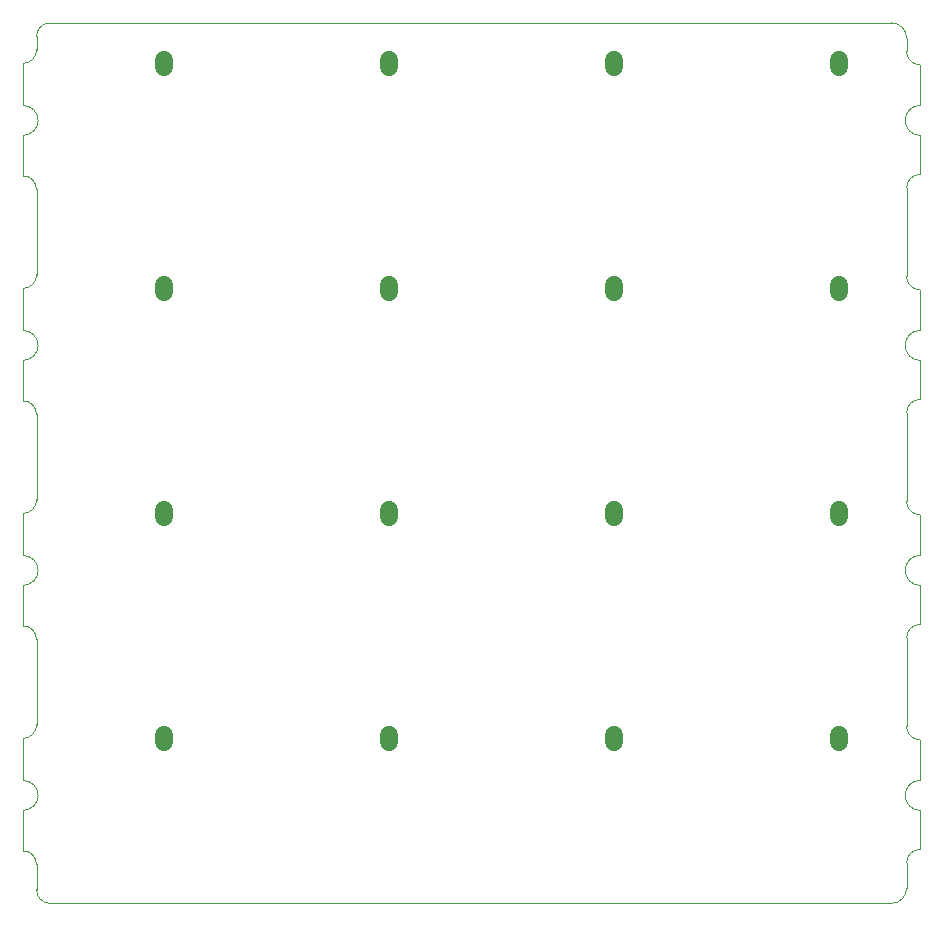
<source format=gm1>
G04 #@! TF.GenerationSoftware,KiCad,Pcbnew,(5.0.1)-3*
G04 #@! TF.CreationDate,2020-04-26T21:35:37+05:00*
G04 #@! TF.ProjectId,amoeba-4x4-keypad,616D6F6562612D3478342D6B65797061,rev?*
G04 #@! TF.SameCoordinates,Original*
G04 #@! TF.FileFunction,Profile,NP*
%FSLAX46Y46*%
G04 Gerber Fmt 4.6, Leading zero omitted, Abs format (unit mm)*
G04 Created by KiCad (PCBNEW (5.0.1)-3) date 26.04.2020 21:35:37*
%MOMM*%
%LPD*%
G01*
G04 APERTURE LIST*
%ADD10C,0.100000*%
%ADD11C,1.498600*%
G04 APERTURE END LIST*
D10*
X241808000Y-176784000D02*
X313055000Y-176784000D01*
X240665000Y-103378000D02*
X240665000Y-104521000D01*
X314325000Y-103505000D02*
X314325000Y-104648000D01*
X259080000Y-102235000D02*
X313055000Y-102235000D01*
X259080000Y-102235000D02*
X241830000Y-102235000D01*
X315468000Y-172212000D02*
G75*
G03X314325000Y-173355000I0J-1143000D01*
G01*
X313055000Y-176784000D02*
G75*
G03X314325000Y-175514000I0J1270000D01*
G01*
X315468000Y-162941000D02*
G75*
G02X314325000Y-161798000I0J1143000D01*
G01*
X314198000Y-167640000D02*
G75*
G03X315468000Y-168910000I1270000J0D01*
G01*
X315468000Y-172212000D02*
X315468000Y-168910000D01*
X315468000Y-162941000D02*
X315468000Y-166370000D01*
D11*
X270470000Y-163140000D02*
X270510000Y-162560000D01*
X289520000Y-163140000D02*
X289560000Y-162560000D01*
D10*
X314325000Y-175514000D02*
X314325000Y-173355000D01*
X315468000Y-166370000D02*
G75*
G03X314198000Y-167640000I0J-1270000D01*
G01*
D11*
X308570000Y-163140000D02*
X308610000Y-162560000D01*
D10*
X251420000Y-163140000D02*
X251460000Y-162560000D01*
X270470000Y-163140000D02*
X270510000Y-162560000D01*
X289520000Y-163140000D02*
X289560000Y-162560000D01*
X308570000Y-163140000D02*
X308610000Y-162560000D01*
X241808000Y-176784000D02*
G75*
G02X240665000Y-175641000I0J1143000D01*
G01*
X240665000Y-173482000D02*
X240665000Y-175641000D01*
X240665000Y-173482000D02*
G75*
G03X239522000Y-172339000I-1143000J0D01*
G01*
X239522000Y-162814000D02*
G75*
G03X240665000Y-161671000I0J1143000D01*
G01*
X239522000Y-168910000D02*
G75*
G03X240792000Y-167640000I0J1270000D01*
G01*
X240792000Y-167640000D02*
G75*
G03X239522000Y-166370000I-1270000J0D01*
G01*
X239522000Y-168910000D02*
X239522000Y-172339000D01*
D11*
X251420000Y-163140000D02*
X251460000Y-162560000D01*
D10*
X239522000Y-162814000D02*
X239522000Y-166370000D01*
X315468000Y-153162000D02*
G75*
G03X314325000Y-154305000I0J-1143000D01*
G01*
X315468000Y-143891000D02*
G75*
G02X314325000Y-142748000I0J1143000D01*
G01*
X314198000Y-148590000D02*
G75*
G03X315468000Y-149860000I1270000J0D01*
G01*
X315468000Y-153162000D02*
X315468000Y-149860000D01*
X315468000Y-143891000D02*
X315468000Y-147320000D01*
D11*
X270470000Y-144090000D02*
X270510000Y-143510000D01*
X289520000Y-144090000D02*
X289560000Y-143510000D01*
D10*
X314325000Y-161798000D02*
X314325000Y-154305000D01*
X315468000Y-147320000D02*
G75*
G03X314198000Y-148590000I0J-1270000D01*
G01*
D11*
X308570000Y-144090000D02*
X308610000Y-143510000D01*
D10*
X251420000Y-144090000D02*
X251460000Y-143510000D01*
X270470000Y-144090000D02*
X270510000Y-143510000D01*
X289520000Y-144090000D02*
X289560000Y-143510000D01*
X308570000Y-144090000D02*
X308610000Y-143510000D01*
X240665000Y-154432000D02*
X240665000Y-161671000D01*
X240665000Y-154432000D02*
G75*
G03X239522000Y-153289000I-1143000J0D01*
G01*
X239522000Y-143764000D02*
G75*
G03X240665000Y-142621000I0J1143000D01*
G01*
X239522000Y-149860000D02*
G75*
G03X240792000Y-148590000I0J1270000D01*
G01*
X240792000Y-148590000D02*
G75*
G03X239522000Y-147320000I-1270000J0D01*
G01*
X239522000Y-149860000D02*
X239522000Y-153289000D01*
D11*
X251420000Y-144090000D02*
X251460000Y-143510000D01*
D10*
X239522000Y-143764000D02*
X239522000Y-147320000D01*
X315468000Y-134112000D02*
G75*
G03X314325000Y-135255000I0J-1143000D01*
G01*
X315468000Y-124841000D02*
G75*
G02X314325000Y-123698000I0J1143000D01*
G01*
X314198000Y-129540000D02*
G75*
G03X315468000Y-130810000I1270000J0D01*
G01*
X315468000Y-134112000D02*
X315468000Y-130810000D01*
X315468000Y-124841000D02*
X315468000Y-128270000D01*
D11*
X270470000Y-125040000D02*
X270510000Y-124460000D01*
X289520000Y-125040000D02*
X289560000Y-124460000D01*
D10*
X314325000Y-142748000D02*
X314325000Y-135255000D01*
X315468000Y-128270000D02*
G75*
G03X314198000Y-129540000I0J-1270000D01*
G01*
D11*
X308570000Y-125040000D02*
X308610000Y-124460000D01*
D10*
X251420000Y-125040000D02*
X251460000Y-124460000D01*
X270470000Y-125040000D02*
X270510000Y-124460000D01*
X289520000Y-125040000D02*
X289560000Y-124460000D01*
X308570000Y-125040000D02*
X308610000Y-124460000D01*
X240665000Y-135382000D02*
X240665000Y-142621000D01*
X240665000Y-135382000D02*
G75*
G03X239522000Y-134239000I-1143000J0D01*
G01*
X239522000Y-124714000D02*
G75*
G03X240665000Y-123571000I0J1143000D01*
G01*
X239522000Y-130810000D02*
G75*
G03X240792000Y-129540000I0J1270000D01*
G01*
X240792000Y-129540000D02*
G75*
G03X239522000Y-128270000I-1270000J0D01*
G01*
X239522000Y-130810000D02*
X239522000Y-134239000D01*
D11*
X251420000Y-125040000D02*
X251460000Y-124460000D01*
D10*
X239522000Y-124714000D02*
X239522000Y-128270000D01*
X251420000Y-105990000D02*
X251460000Y-105410000D01*
X270470000Y-105990000D02*
X270510000Y-105410000D01*
X289520000Y-105990000D02*
X289560000Y-105410000D01*
X308570000Y-105990000D02*
X308610000Y-105410000D01*
X315468000Y-115062000D02*
G75*
G03X314325000Y-116205000I0J-1143000D01*
G01*
X314325000Y-123698000D02*
X314325000Y-116205000D01*
X313055000Y-102235000D02*
G75*
G02X314325000Y-103505000I0J-1270000D01*
G01*
X315468000Y-105791000D02*
G75*
G02X314325000Y-104648000I0J1143000D01*
G01*
X315468000Y-109220000D02*
G75*
G03X314198000Y-110490000I0J-1270000D01*
G01*
X314198000Y-110490000D02*
G75*
G03X315468000Y-111760000I1270000J0D01*
G01*
X315468000Y-115062000D02*
X315468000Y-111760000D01*
D11*
X308570000Y-105990000D02*
X308610000Y-105410000D01*
D10*
X315468000Y-105791000D02*
X315468000Y-109220000D01*
D11*
X289520000Y-105990000D02*
X289560000Y-105410000D01*
X270470000Y-105990000D02*
X270510000Y-105410000D01*
D10*
X239522000Y-105664000D02*
X239522000Y-109220000D01*
D11*
X251420000Y-105990000D02*
X251460000Y-105410000D01*
D10*
X239522000Y-111760000D02*
X239522000Y-115189000D01*
X239522000Y-111760000D02*
G75*
G03X240792000Y-110490000I0J1270000D01*
G01*
X240792000Y-110490000D02*
G75*
G03X239522000Y-109220000I-1270000J0D01*
G01*
X239522000Y-105664000D02*
G75*
G03X240665000Y-104521000I0J1143000D01*
G01*
X241829996Y-102235212D02*
G75*
G03X240665000Y-103378000I-21996J-1142788D01*
G01*
X240665000Y-116332000D02*
G75*
G03X239522000Y-115189000I-1143000J0D01*
G01*
X240665000Y-116332000D02*
X240665000Y-123571000D01*
M02*

</source>
